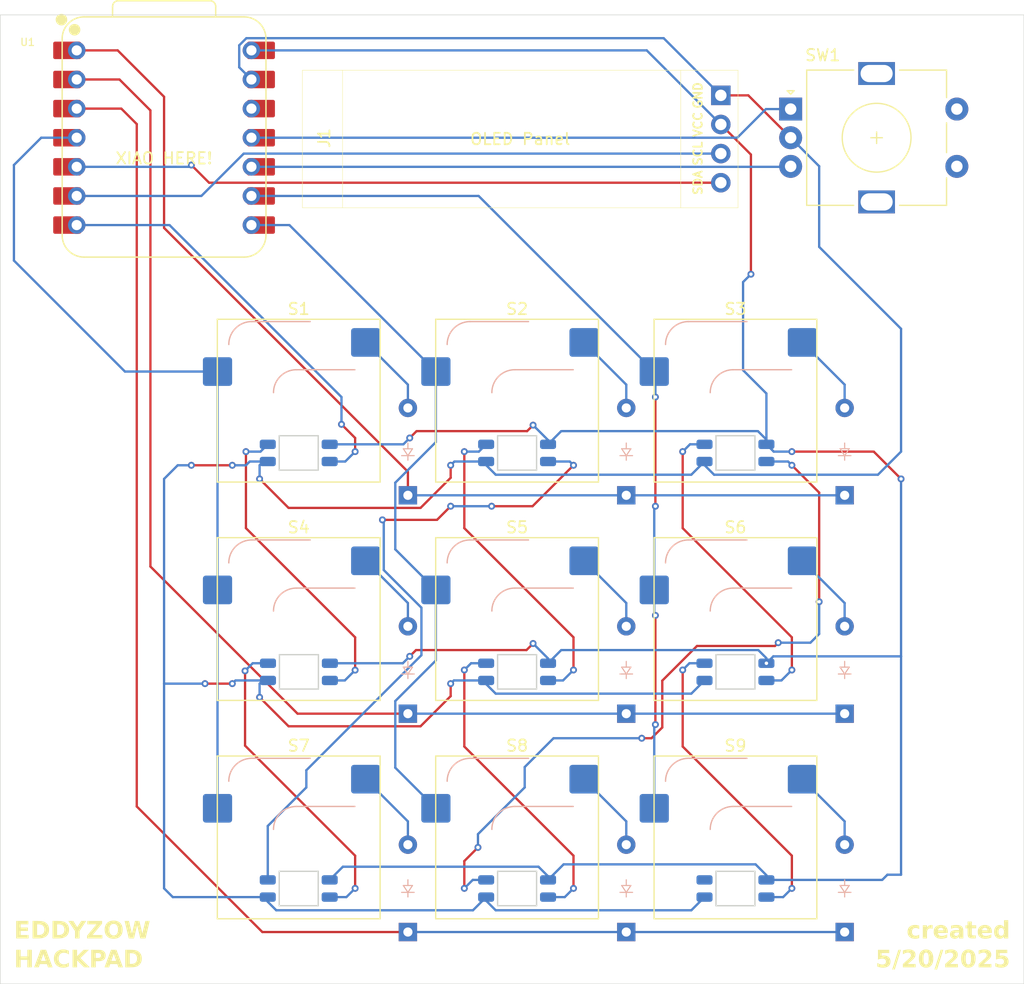
<source format=kicad_pcb>
(kicad_pcb (version 20241229) (generator "pcbnew") (generator_version "9.0")
  (layers (0 "F.Cu" signal) (2 "B.Cu" signal) (13 "F.Paste" user) (15 "B.Paste" user) (5 "F.SilkS" user "F.Silkscreen") (7 "B.SilkS" user "B.Silkscreen") (1 "F.Mask" user) (3 "B.Mask" user) (25 "Edge.Cuts" user))
  (net 0 "")
  (net 1 "Net-(D1-A)")
  (net 2 "Row 0")
  (net 3 "Net-(D2-A)")
  (net 4 "Net-(D3-A)")
  (net 5 "Net-(D4-A)")
  (net 6 "Row 1")
  (net 7 "Net-(D5-A)")
  (net 8 "Net-(D6-A)")
  (net 9 "Net-(D7-A)")
  (net 10 "Row 2")
  (net 11 "Net-(D8-A)")
  (net 12 "Net-(D9-A)")
  (net 13 "Col 0")
  (net 14 "Col 1")
  (net 15 "Col 2")
  (net 16 "GND")
  (net 17 "Net-(D10-DOUT)")
  (net 18 "RGB_DATA")
  (net 19 "+5V")
  (net 21 "Net-(D11-DOUT)")
  (net 22 "Net-(D12-DOUT)")
  (net 23 "Net-(D13-DOUT)")
  (net 24 "Net-(D14-DOUT)")
  (net 25 "Net-(D15-DOUT)")
  (net 26 "Net-(D16-DOUT)")
  (net 27 "Net-(D17-DOUT)")
  (net 29 "SCL")
  (net 30 "SDA")
  (net 31 "ENC_A")
  (net 33 "ENC_B")
  (footprint "ScottoKeebs_Hotswap:Hotswap_MX_1.00u" (layer "F.Cu") (at 147.47875 70.564375)
    (property "Reference" "S6")
    (property "Value" "Keyswitch")
  )
  (footprint "Rotary_Encoder:RotaryEncoder_Alps_EC11E-Switch_Vertical_H20mm" (layer "F.Cu") (at 152.29375 26.075)
    (property "Reference" "SW1")
    (property "Value" "RotaryEncoder_Switch")
  )
  (footprint "ScottoKeebs_Hotswap:Hotswap_MX_1.00u" (layer "F.Cu") (at 109.37875 89.614375)
    (property "Reference" "S7")
    (property "Value" "Keyswitch")
  )
  (footprint "ScottoKeebs_Hotswap:Hotswap_MX_1.00u" (layer "F.Cu") (at 128.42875 70.564375)
    (property "Reference" "S5")
    (property "Value" "Keyswitch")
  )
  (footprint "ScottoKeebs_Hotswap:Hotswap_MX_1.00u" (layer "F.Cu") (at 109.37875 70.564375)
    (property "Reference" "S4")
    (property "Value" "Keyswitch")
  )
  (footprint "ScottoKeebs_Hotswap:Hotswap_MX_1.00u" (layer "F.Cu") (at 109.37875 51.514375)
    (property "Reference" "S1")
    (property "Value" "Keyswitch")
  )
  (footprint "OLED:SSD1306-0.91-OLED-4pin-128x32" (layer "F.Cu") (at 109.7025 22.69)
    (property "Reference" "J1")
    (property "Value" "Conn_01x04")
  )
  (footprint "ScottoKeebs_Hotswap:Hotswap_MX_1.00u" (layer "F.Cu") (at 128.42875 89.614375)
    (property "Reference" "S8")
    (property "Value" "Keyswitch")
  )
  (footprint "ScottoKeebs_Hotswap:Hotswap_MX_1.00u" (layer "F.Cu") (at 128.42875 51.514375)
    (property "Reference" "S2")
    (property "Value" "Keyswitch")
  )
  (footprint "OPL:XIAO-RP2040-DIP" (layer "F.Cu") (at 97.63125 28.575)
    (property "Reference" "U1")
    (property "Value" "XIAO-RP2040-DIP")
  )
  (footprint "ScottoKeebs_Hotswap:Hotswap_MX_1.00u" (layer "F.Cu") (at 147.47875 51.514375)
    (property "Reference" "S3")
    (property "Value" "Keyswitch")
  )
  (footprint "ScottoKeebs_Hotswap:Hotswap_MX_1.00u" (layer "F.Cu") (at 147.47875 89.614375)
    (property "Reference" "S9")
    (property "Value" "Keyswitch")
  )
  (footprint "ScottoKeebs_Components:LED_SK6812MINI" (layer "B.Cu") (at 128.42875 56.071875 180)
    (property "Reference" "D13" (hide yes))
    (property "Value" "SK6812MINI" (hide yes))
    (fp_line (start 1.7 1.5) (end -1.7 1.5) (stroke (width 0.12)) (layer "Edge.Cuts"))
    (fp_line (start 1.7 -1.5) (end 1.7 1.5) (stroke (width 0.12)) (layer "Edge.Cuts"))
    (fp_line (start -1.7 1.5) (end -1.7 -1.5) (stroke (width 0.12)) (layer "Edge.Cuts"))
    (fp_line (start -1.7 -1.5) (end 1.7 -1.5) (stroke (width 0.12)) (layer "Edge.Cuts"))
  )
  (footprint "ScottoKeebs_Components:LED_SK6812MINI" (layer "B.Cu") (at 147.47875 75.171875 180)
    (property "Reference" "D17" (hide yes))
    (property "Value" "SK6812MINI" (hide yes))
    (fp_line (start 1.7 1.5) (end -1.7 1.5) (stroke (width 0.12)) (layer "Edge.Cuts"))
    (fp_line (start 1.7 -1.5) (end 1.7 1.5) (stroke (width 0.12)) (layer "Edge.Cuts"))
    (fp_line (start -1.7 1.5) (end -1.7 -1.5) (stroke (width 0.12)) (layer "Edge.Cuts"))
    (fp_line (start -1.7 -1.5) (end 1.7 -1.5) (stroke (width 0.12)) (layer "Edge.Cuts"))
  )
  (footprint "ScottoKeebs_Components:LED_SK6812MINI" (layer "B.Cu") (at 128.42875 75.171875 180)
    (property "Reference" "D14" (hide yes))
    (property "Value" "SK6812MINI" (hide yes))
    (fp_line (start 1.7 1.5) (end -1.7 1.5) (stroke (width 0.12)) (layer "Edge.Cuts"))
    (fp_line (start 1.7 -1.5) (end 1.7 1.5) (stroke (width 0.12)) (layer "Edge.Cuts"))
    (fp_line (start -1.7 1.5) (end -1.7 -1.5) (stroke (width 0.12)) (layer "Edge.Cuts"))
    (fp_line (start -1.7 -1.5) (end 1.7 -1.5) (stroke (width 0.12)) (layer "Edge.Cuts"))
  )
  (footprint "ScottoKeebs_Components:Diode_DO-35" (layer "B.Cu") (at 157.00375 78.819375 90)
    (property "Reference" "D6" (hide yes))
    (property "Value" "Diode" (hide yes))
  )
  (footprint "ScottoKeebs_Components:Diode_DO-35" (layer "B.Cu") (at 157.00375 59.769375 90)
    (property "Reference" "D3" (hide yes))
    (property "Value" "Diode" (hide yes))
  )
  (footprint "ScottoKeebs_Components:Diode_DO-35" (layer "B.Cu") (at 137.95375 59.769375 90)
    (property "Reference" "D2" (hide yes))
    (property "Value" "Diode" (hide yes))
  )
  (footprint "ScottoKeebs_Components:LED_SK6812MINI" (layer "B.Cu") (at 147.47875 94.071875 180)
    (property "Reference" "D18" (hide yes))
    (property "Value" "SK6812MINI" (hide yes))
    (fp_line (start 1.7 1.5) (end -1.7 1.5) (stroke (width 0.12)) (layer "Edge.Cuts"))
    (fp_line (start 1.7 -1.5) (end 1.7 1.5) (stroke (width 0.12)) (layer "Edge.Cuts"))
    (fp_line (start -1.7 1.5) (end -1.7 -1.5) (stroke (width 0.12)) (layer "Edge.Cuts"))
    (fp_line (start -1.7 -1.5) (end 1.7 -1.5) (stroke (width 0.12)) (layer "Edge.Cuts"))
  )
  (footprint "ScottoKeebs_Components:LED_SK6812MINI" (layer "B.Cu") (at 147.47875 56.071875 180)
    (property "Reference" "D16" (hide yes))
    (property "Value" "SK6812MINI" (hide yes))
    (fp_line (start 1.7 1.5) (end -1.7 1.5) (stroke (width 0.12)) (layer "Edge.Cuts"))
    (fp_line (start 1.7 -1.5) (end 1.7 1.5) (stroke (width 0.12)) (layer "Edge.Cuts"))
    (fp_line (start -1.7 1.5) (end -1.7 -1.5) (stroke (width 0.12)) (layer "Edge.Cuts"))
    (fp_line (start -1.7 -1.5) (end 1.7 -1.5) (stroke (width 0.12)) (layer "Edge.Cuts"))
  )
  (footprint "ScottoKeebs_Components:Diode_DO-35" (layer "B.Cu") (at 137.95375 97.869375 90)
    (property "Reference" "D8" (hide yes))
    (property "Value" "Diode" (hide yes))
  )
  (footprint "ScottoKeebs_Components:Diode_DO-35" (layer "B.Cu") (at 157.00375 97.869375 90)
    (property "Reference" "D9" (hide yes))
    (property "Value" "Diode" (hide yes))
  )
  (footprint "ScottoKeebs_Components:LED_SK6812MINI" (layer "B.Cu") (at 109.37875 94.071875 180)
    (property "Reference" "D12" (hide yes))
    (property "Value" "SK6812MINI" (hide yes))
    (fp_line (start 1.7 1.5) (end -1.7 1.5) (stroke (width 0.12)) (layer "Edge.Cuts"))
    (fp_line (start 1.7 -1.5) (end 1.7 1.5) (stroke (width 0.12)) (layer "Edge.Cuts"))
    (fp_line (start -1.7 1.5) (end -1.7 -1.5) (stroke (width 0.12)) (layer "Edge.Cuts"))
    (fp_line (start -1.7 -1.5) (end 1.7 -1.5) (stroke (width 0.12)) (layer "Edge.Cuts"))
  )
  (footprint "ScottoKeebs_Components:LED_SK6812MINI" (layer "B.Cu") (at 128.42875 94.071875 180)
    (property "Reference" "D15" (hide yes))
    (property "Value" "SK6812MINI" (hide yes))
    (fp_line (start 1.7 1.5) (end -1.7 1.5) (stroke (width 0.12)) (layer "Edge.Cuts"))
    (fp_line (start 1.7 -1.5) (end 1.7 1.5) (stroke (width 0.12)) (layer "Edge.Cuts"))
    (fp_line (start -1.7 1.5) (end -1.7 -1.5) (stroke (width 0.12)) (layer "Edge.Cuts"))
    (fp_line (start -1.7 -1.5) (end 1.7 -1.5) (stroke (width 0.12)) (layer "Edge.Cuts"))
  )
  (footprint "ScottoKeebs_Components:Diode_DO-35" (layer "B.Cu") (at 118.90375 78.819375 90)
    (property "Reference" "D4" (hide yes))
    (property "Value" "Diode" (hide yes))
  )
  (footprint "ScottoKeebs_Components:LED_SK6812MINI" (layer "B.Cu") (at 109.396875 75.171875 180)
    (property "Reference" "D11" (hide yes))
    (property "Value" "SK6812MINI" (hide yes))
    (fp_line (start 1.7 1.5) (end -1.7 1.5) (stroke (width 0.12)) (layer "Edge.Cuts"))
    (fp_line (start 1.7 -1.5) (end 1.7 1.5) (stroke (width 0.12)) (layer "Edge.Cuts"))
    (fp_line (start -1.7 1.5) (end -1.7 -1.5) (stroke (width 0.12)) (layer "Edge.Cuts"))
    (fp_line (start -1.7 -1.5) (end 1.7 -1.5) (stroke (width 0.12)) (layer "Edge.Cuts"))
  )
  (footprint "ScottoKeebs_Components:Diode_DO-35" (layer "B.Cu") (at 137.95375 78.819375 90)
    (property "Reference" "D5" (hide yes))
    (property "Value" "Diode" (hide yes))
  )
  (footprint "ScottoKeebs_Components:LED_SK6812MINI" (layer "B.Cu") (at 109.37875 56.071875 180)
    (property "Reference" "D10" (hide yes))
    (property "Value" "SK6812MINI" (hide yes))
    (fp_line (start 1.7 1.5) (end -1.7 1.5) (stroke (width 0.12)) (layer "Edge.Cuts"))
    (fp_line (start 1.7 -1.5) (end 1.7 1.5) (stroke (width 0.12)) (layer "Edge.Cuts"))
    (fp_line (start -1.7 1.5) (end -1.7 -1.5) (stroke (width 0.12)) (layer "Edge.Cuts"))
    (fp_line (start -1.7 -1.5) (end 1.7 -1.5) (stroke (width 0.12)) (layer "Edge.Cuts"))
  )
  (footprint "ScottoKeebs_Components:Diode_DO-35" (layer "B.Cu") (at 118.90375 97.869375 90)
    (property "Reference" "D7" (hide yes))
    (property "Value" "Diode" (hide yes))
  )
  (footprint "ScottoKeebs_Components:Diode_DO-35" (layer "B.Cu") (at 118.90375 59.769375 90)
    (property "Reference" "D1" (hide yes))
    (property "Value" "Diode" (hide yes))
  )
  (gr_rect (start 83.34375 17.859375) (end 172.640625 102.39375) (stroke (width 0.05)) (fill no) (layer "Edge.Cuts"))
  (gr_text "XIAO HERE!" (at 97.63125 30.95625 0) (layer "F.SilkS") (effects (font (size 1 1)) (justify bottom)))
  (gr_text "EDDYZOW\nHACKPAD" (at 84.534375 101.203125 0) (layer "F.SilkS") (effects (font (size 1.5 1.5) (thickness 0.2) (bold yes) (italic yes)) (justify left bottom)))
  (gr_text "created\n5/20/2025" (at 171.45 101.203125 0) (layer "F.SilkS") (effects (font (size 1.5 1.5) (thickness 0.2) (bold yes) (italic yes)) (justify right bottom)))
  (segment (start 118.90375 50.117375) (end 115.22075 46.434375) (width 0.2) (layer "B.Cu") (net 1))
  (segment (start 118.90375 52.149375) (end 118.90375 50.117375) (width 0.2) (layer "B.Cu") (net 1))
  (segment (start 93.583125 20.955) (end 90.01125 20.955) (width 0.2) (layer "F.Cu") (net 2))
  (segment (start 97.63125 25.003125) (end 93.583125 20.955) (width 0.2) (layer "F.Cu") (net 2))
  (segment (start 97.63125 36.442059) (end 97.63125 25.003125) (width 0.2) (layer "F.Cu") (net 2))
  (segment (start 118.90375 59.769375) (end 118.90375 57.714559) (width 0.2) (layer "F.Cu") (net 2))
  (segment (start 118.90375 57.714559) (end 97.63125 36.442059) (width 0.2) (layer "F.Cu") (net 2))
  (segment (start 118.90375 59.769375) (end 137.95375 59.769375) (width 0.2) (layer "B.Cu") (net 2))
  (segment (start 137.95375 59.769375) (end 157.00375 59.769375) (width 0.2) (layer "B.Cu") (net 2))
  (segment (start 137.95375 50.117375) (end 134.27075 46.434375) (width 0.2) (layer "B.Cu") (net 3))
  (segment (start 137.95375 52.149375) (end 137.95375 50.117375) (width 0.2) (layer "B.Cu") (net 3))
  (segment (start 157.00375 52.149375) (end 157.00375 50.117375) (width 0.2) (layer "B.Cu") (net 4))
  (segment (start 157.00375 50.117375) (end 153.32075 46.434375) (width 0.2) (layer "B.Cu") (net 4))
  (segment (start 118.90375 71.199375) (end 118.90375 69.167375) (width 0.2) (layer "B.Cu") (net 5))
  (segment (start 118.90375 69.167375) (end 115.22075 65.484375) (width 0.2) (layer "B.Cu") (net 5))
  (segment (start 96.440625 26.19375) (end 96.440625 65.982725) (width 0.2) (layer "F.Cu") (net 6))
  (segment (start 96.440625 65.982725) (end 109.277275 78.819375) (width 0.2) (layer "F.Cu") (net 6))
  (segment (start 109.277275 78.819375) (end 118.90375 78.819375) (width 0.2) (layer "F.Cu") (net 6))
  (segment (start 90.01125 23.495) (end 93.741875 23.495) (width 0.2) (layer "F.Cu") (net 6))
  (segment (start 93.741875 23.495) (end 96.440625 26.19375) (width 0.2) (layer "F.Cu") (net 6))
  (segment (start 137.95375 78.819375) (end 157.00375 78.819375) (width 0.2) (layer "B.Cu") (net 6))
  (segment (start 118.90375 78.819375) (end 137.95375 78.819375) (width 0.2) (layer "B.Cu") (net 6))
  (segment (start 137.95375 69.167375) (end 134.27075 65.484375) (width 0.2) (layer "B.Cu") (net 7))
  (segment (start 137.95375 71.199375) (end 137.95375 69.167375) (width 0.2) (layer "B.Cu") (net 7))
  (segment (start 157.00375 71.199375) (end 157.00375 69.167375) (width 0.2) (layer "B.Cu") (net 8))
  (segment (start 157.00375 69.167375) (end 153.32075 65.484375) (width 0.2) (layer "B.Cu") (net 8))
  (segment (start 118.90375 90.249375) (end 118.90375 88.217375) (width 0.2) (layer "B.Cu") (net 9))
  (segment (start 118.90375 88.217375) (end 115.22075 84.534375) (width 0.2) (layer "B.Cu") (net 9))
  (segment (start 93.900625 26.035) (end 90.01125 26.035) (width 0.2) (layer "F.Cu") (net 10))
  (segment (start 95.25 86.915625) (end 95.25 27.384375) (width 0.2) (layer "F.Cu") (net 10))
  (segment (start 95.25 27.384375) (end 93.900625 26.035) (width 0.2) (layer "F.Cu") (net 10))
  (segment (start 118.90375 97.869375) (end 106.20375 97.869375) (width 0.2) (layer "F.Cu") (net 10))
  (segment (start 106.20375 97.869375) (end 95.25 86.915625) (width 0.2) (layer "F.Cu") (net 10))
  (segment (start 137.95375 97.869375) (end 157.00375 97.869375) (width 0.2) (layer "B.Cu") (net 10))
  (segment (start 118.90375 97.869375) (end 137.95375 97.869375) (width 0.2) (layer "B.Cu") (net 10))
  (segment (start 137.95375 90.249375) (end 137.95375 88.217375) (width 0.2) (layer "B.Cu") (net 11))
  (segment (start 137.95375 88.217375) (end 134.27075 84.534375) (width 0.2) (layer "B.Cu") (net 11))
  (segment (start 157.00375 90.249375) (end 157.00375 88.217375) (width 0.2) (layer "B.Cu") (net 12))
  (segment (start 157.00375 88.217375) (end 153.32075 84.534375) (width 0.2) (layer "B.Cu") (net 12))
  (segment (start 86.915625 28.575) (end 90.01125 28.575) (width 0.2) (layer "B.Cu") (net 13))
  (segment (start 102.29375 68.024375) (end 102.29375 87.074375) (width 0.2) (layer "B.Cu") (net 13))
  (segment (start 84.534375 30.95625) (end 86.915625 28.575) (width 0.2) (layer "B.Cu") (net 13))
  (segment (start 94.218125 48.974375) (end 84.534375 39.290625) (width 0.2) (layer "B.Cu") (net 13))
  (segment (start 84.534375 39.290625) (end 84.534375 30.95625) (width 0.2) (layer "B.Cu") (net 13))
  (segment (start 102.29375 48.974375) (end 94.218125 48.974375) (width 0.2) (layer "B.Cu") (net 13))
  (segment (start 102.29375 48.974375) (end 102.29375 68.024375) (width 0.2) (layer "B.Cu") (net 13))
  (segment (start 117.80275 58.668375) (end 117.80275 64.483375) (width 0.2) (layer "B.Cu") (net 14))
  (segment (start 117.80275 64.483375) (end 121.34375 68.024375) (width 0.2) (layer "B.Cu") (net 14))
  (segment (start 121.34375 68.024375) (end 121.34375 74.177375) (width 0.2) (layer "B.Cu") (net 14))
  (segment (start 121.34375 55.127375) (end 117.80275 58.668375) (width 0.2) (layer "B.Cu") (net 14))
  (segment (start 121.34375 48.974375) (end 121.34375 55.127375) (width 0.2) (layer "B.Cu") (net 14))
  (segment (start 117.80275 83.533375) (end 121.34375 87.074375) (width 0.2) (layer "B.Cu") (net 14))
  (segment (start 108.564375 36.195) (end 105.25125 36.195) (width 0.2) (layer "B.Cu") (net 14))
  (segment (start 121.34375 74.177375) (end 117.80275 77.718375) (width 0.2) (layer "B.Cu") (net 14))
  (segment (start 121.34375 48.974375) (end 108.564375 36.195) (width 0.2) (layer "B.Cu") (net 14))
  (segment (start 117.80275 77.718375) (end 117.80275 83.533375) (width 0.2) (layer "B.Cu") (net 14))
  (segment (start 140.49375 79.771875) (end 140.49375 70.246875) (width 0.2) (layer "F.Cu") (net 15))
  (segment (start 140.49375 60.721875) (end 140.49375 51.196875) (width 0.2) (layer "F.Cu") (net 15))
  (via (at 140.49375 79.771875) (size 0.6) (drill 0.3) (layers "F.Cu" "B.Cu") (net 15))
  (via (at 140.49375 70.246875) (size 0.6) (drill 0.3) (layers "F.Cu" "B.Cu") (net 15))
  (via (at 140.49375 60.721875) (size 0.6) (drill 0.3) (layers "F.Cu" "B.Cu") (net 15))
  (via (at 140.49375 51.196875) (size 0.6) (drill 0.3) (layers "F.Cu" "B.Cu") (net 15))
  (segment (start 140.49375 51.196875) (end 140.49375 49.074375) (width 0.2) (layer "B.Cu") (net 15))
  (segment (start 140.39375 48.974375) (end 125.074375 33.655) (width 0.2) (layer "B.Cu") (net 15))
  (segment (start 140.49375 70.246875) (end 140.39375 70.146875) (width 0.2) (layer "B.Cu") (net 15))
  (segment (start 140.39375 87.074375) (end 140.39375 79.871875) (width 0.2) (layer "B.Cu") (net 15))
  (segment (start 140.49375 49.074375) (end 140.39375 48.974375) (width 0.2) (layer "B.Cu") (net 15))
  (segment (start 140.39375 79.871875) (end 140.49375 79.771875) (width 0.2) (layer "B.Cu") (net 15))
  (segment (start 140.39375 68.024375) (end 140.39375 60.821875) (width 0.2) (layer "B.Cu") (net 15))
  (segment (start 125.074375 33.655) (end 105.25125 33.655) (width 0.2) (layer "B.Cu") (net 15))
  (segment (start 140.39375 60.821875) (end 140.49375 60.721875) (width 0.2) (layer "B.Cu") (net 15))
  (segment (start 140.39375 70.146875) (end 140.39375 68.024375) (width 0.2) (layer "B.Cu") (net 15))
  (segment (start 122.634375 77.29075) (end 120.00475 79.920375) (width 0.2) (layer "F.Cu") (net 16))
  (segment (start 101.203125 76.2) (end 103.584375 76.2) (width 0.2) (layer "F.Cu") (net 16))
  (segment (start 108.495375 60.870375) (end 105.965625 58.340625) (width 0.2) (layer "F.Cu") (net 16))
  (segment (start 122.634375 58.24075) (end 120.00475 60.870375) (width 0.2) (layer "F.Cu") (net 16))
  (segment (start 148.59875 24.88) (end 152.29375 28.575) (width 0.2) (layer "F.Cu") (net 16))
  (segment (start 108.495375 79.920375) (end 105.965625 77.390625) (width 0.2) (layer "F.Cu") (net 16))
  (segment (start 120.00475 79.920375) (end 108.495375 79.920375) (width 0.2) (layer "F.Cu") (net 16))
  (segment (start 122.634375 76.2) (end 122.634375 77.29075) (width 0.2) (layer "F.Cu") (net 16))
  (segment (start 122.634375 57.15) (end 122.634375 58.24075) (width 0.2) (layer "F.Cu") (net 16))
  (segment (start 120.00475 60.870375) (end 108.495375 60.870375) (width 0.2) (layer "F.Cu") (net 16))
  (segment (start 146.2025 24.88) (end 148.59875 24.88) (width 0.2) (layer "F.Cu") (net 16))
  (segment (start 100.0125 57.15) (end 103.584375 57.15) (width 0.2) (layer "F.Cu") (net 16))
  (via (at 122.634375 57.15) (size 0.6) (drill 0.3) (layers "F.Cu" "B.Cu") (net 16))
  (via (at 105.965625 77.390625) (size 0.6) (drill 0.3) (layers "F.Cu" "B.Cu") (net 16))
  (via (at 100.0125 57.15) (size 0.6) (drill 0.3) (layers "F.Cu" "B.Cu") (net 16))
  (via (at 122.634375 76.2) (size 0.6) (drill 0.3) (layers "F.Cu" "B.Cu") (net 16))
  (via (at 103.584375 76.2) (size 0.6) (drill 0.3) (layers "F.Cu" "B.Cu") (net 16))
  (via (at 105.965625 58.340625) (size 0.6) (drill 0.3) (layers "F.Cu" "B.Cu") (net 16))
  (via (at 103.584375 57.15) (size 0.6) (drill 0.3) (layers "F.Cu" "B.Cu") (net 16))
  (via (at 101.203125 76.2) (size 0.6) (drill 0.3) (layers "F.Cu" "B.Cu") (net 16))
  (segment (start 161.925 55.959375) (end 159.9115 57.972875) (width 0.2) (layer "B.Cu") (net 16))
  (segment (start 104.18825 22.432) (end 104.18825 20.51469) (width 0.2) (layer "B.Cu") (net 16))
  (segment (start 152.29375 28.575) (end 154.78125 31.0625) (width 0.2) (layer "B.Cu") (net 16))
  (segment (start 106.29375 56.821875) (end 106.67875 56.821875) (width 0.2) (layer "B.Cu") (net 16))
  (segment (start 97.63125 94.059375) (end 97.63125 76.2) (width 0.2) (layer "B.Cu") (net 16))
  (segment (start 122.9125 75.921875) (end 122.634375 76.2) (width 0.2) (layer "B.Cu") (net 16))
  (segment (start 161.925 45.24375) (end 161.925 55.959375) (width 0.2) (layer "B.Cu") (net 16))
  (segment (start 105.25125 23.495) (end 104.18825 22.432) (width 0.2) (layer "B.Cu") (net 16))
  (segment (start 144.77875 75.921875) (end 143.62775 77.072875) (width 0.2) (layer "B.Cu") (net 16))
  (segment (start 159.9115 57.972875) (end 145.61265 57.972875) (width 0.2) (layer "B.Cu") (net 16))
  (segment (start 125.72875 75.921875) (end 122.9125 75.921875) (width 0.2) (layer "B.Cu") (net 16))
  (segment (start 98.821875 57.15) (end 100.0125 57.15) (width 0.2) (layer "B.Cu") (net 16))
  (segment (start 103.8625 75.921875) (end 106.696875 75.921875) (width 0.2) (layer "B.Cu") (net 16))
  (segment (start 103.584375 76.2) (end 103.8625 75.921875) (width 0.2) (layer "B.Cu") (net 16))
  (segment (start 105.965625 57.15) (end 106.29375 56.821875) (width 0.2) (layer "B.Cu") (net 16))
  (segment (start 125.72875 94.821875) (end 125.72875 95.138975) (width 0.2) (layer "B.Cu") (net 16))
  (segment (start 125.72875 56.821875) (end 122.9625 56.821875) (width 0.2) (layer "B.Cu") (net 16))
  (segment (start 154.78125 38.1) (end 161.925 45.24375) (width 0.2) (layer "B.Cu") (net 16))
  (segment (start 143.62775 57.972875) (end 144.77875 56.821875) (width 0.2) (layer "B.Cu") (net 16))
  (segment (start 125.72875 95.138975) (end 126.56265 95.972875) (width 0.2) (layer "B.Cu") (net 16))
  (segment (start 97.63125 76.2) (end 101.203125 76.2) (width 0.2) (layer "B.Cu") (net 16))
  (segment (start 104.81094 19.892) (end 141.2145 19.892) (width 0.2) (layer "B.Cu") (net 16))
  (segment (start 106.67875 94.821875) (end 98.39375 94.821875) (width 0.2) (layer "B.Cu") (net 16))
  (segment (start 154.78125 31.0625) (end 154.78125 38.1) (width 0.2) (layer "B.Cu") (net 16))
  (segment (start 141.2145 19.892) (end 146.2025 24.88) (width 0.2) (layer "B.Cu") (net 16))
  (segment (start 144.77875 57.138975) (end 144.77875 56.821875) (width 0.2) (layer "B.Cu") (net 16))
  (segment (start 106.24375 75.921875) (end 106.696875 75.921875) (width 0.2) (layer "B.Cu") (net 16))
  (segment (start 124.57775 95.972875) (end 107.41975 95.972875) (width 0.2) (layer "B.Cu") (net 16))
  (segment (start 97.63125 58.340625) (end 98.821875 57.15) (width 0.2) (layer "B.Cu") (net 16))
  (segment (start 105.103125 56.821875) (end 106.67875 56.821875) (width 0.2) (layer "B.Cu") (net 16))
  (segment (start 106.67875 95.231875) (end 106.67875 94.821875) (width 0.2) (layer "B.Cu") (net 16))
  (segment (start 103.584375 57.15) (end 104.775 57.15) (width 0.2) (layer "B.Cu") (net 16))
  (segment (start 107.41975 95.972875) (end 106.67875 95.231875) (width 0.2) (layer "B.Cu") (net 16))
  (segment (start 98.39375 94.821875) (end 97.63125 94.059375) (width 0.2) (layer "B.Cu") (net 16))
  (segment (start 126.56265 57.972875) (end 143.62775 57.972875) (width 0.2) (layer "B.Cu") (net 16))
  (segment (start 105.965625 58.340625) (end 105.965625 57.15) (width 0.2) (layer "B.Cu") (net 16))
  (segment (start 104.775 57.15) (end 105.103125 56.821875) (width 0.2) (layer "B.Cu") (net 16))
  (segment (start 145.61265 57.972875) (end 144.77875 57.138975) (width 0.2) (layer "B.Cu") (net 16))
  (segment (start 105.965625 77.390625) (end 105.965625 76.2) (width 0.2) (layer "B.Cu") (net 16))
  (segment (start 125.72875 57.138975) (end 126.56265 57.972875) (width 0.2) (layer "B.Cu") (net 16))
  (segment (start 126.56265 77.072875) (end 125.72875 76.238975) (width 0.2) (layer "B.Cu") (net 16))
  (segment (start 143.62775 77.072875) (end 126.56265 77.072875) (width 0.2) (layer "B.Cu") (net 16))
  (segment (start 125.72875 56.821875) (end 125.72875 57.138975) (width 0.2) (layer "B.Cu") (net 16))
  (segment (start 125.72875 94.821875) (end 124.57775 95.972875) (width 0.2) (layer "B.Cu") (net 16))
  (segment (start 104.18825 20.51469) (end 104.81094 19.892) (width 0.2) (layer "B.Cu") (net 16))
  (segment (start 97.63125 76.2) (end 97.63125 58.340625) (width 0.2) (layer "B.Cu") (net 16))
  (segment (start 105.965625 76.2) (end 106.24375 75.921875) (width 0.2) (layer "B.Cu") (net 16))
  (segment (start 122.9625 56.821875) (end 122.634375 57.15) (width 0.2) (layer "B.Cu") (net 16))
  (segment (start 143.62775 95.972875) (end 144.77875 94.821875) (width 0.2) (layer "B.Cu") (net 16))
  (segment (start 125.72875 76.238975) (end 125.72875 75.921875) (width 0.2) (layer "B.Cu") (net 16))
  (segment (start 126.56265 95.972875) (end 143.62775 95.972875) (width 0.2) (layer "B.Cu") (net 16))
  (segment (start 114.3 72.160809) (end 114.3 75.021875) (width 0.2) (layer "F.Cu") (net 17))
  (segment (start 104.775 55.959375) (end 104.775 62.635809) (width 0.2) (layer "F.Cu") (net 17))
  (segment (start 104.775 62.635809) (end 114.3 72.160809) (width 0.2) (layer "F.Cu") (net 17))
  (via (at 114.3 75.021875) (size 0.6) (drill 0.3) (layers "F.Cu" "B.Cu") (net 17))
  (via (at 104.775 55.959375) (size 0.6) (drill 0.3) (layers "F.Cu" "B.Cu") (net 17))
  (segment (start 113.4 75.921875) (end 112.096875 75.921875) (width 0.2) (layer "B.Cu") (net 17))
  (segment (start 106.04125 55.959375) (end 104.775 55.959375) (width 0.2) (layer "B.Cu") (net 17))
  (segment (start 114.3 75.021875) (end 113.4 75.921875) (width 0.2) (layer "B.Cu") (net 17))
  (segment (start 106.67875 55.321875) (end 106.04125 55.959375) (width 0.2) (layer "B.Cu") (net 17))
  (segment (start 114.3 54.76875) (end 114.3 55.959375) (width 0.2) (layer "F.Cu") (net 18))
  (segment (start 113.109375 53.578125) (end 114.3 54.76875) (width 0.2) (layer "F.Cu") (net 18))
  (via (at 113.109375 53.578125) (size 0.6) (drill 0.3) (layers "F.Cu" "B.Cu") (net 18))
  (via (at 114.3 55.959375) (size 0.6) (drill 0.3) (layers "F.Cu" "B.Cu") (net 18))
  (segment (start 113.109375 51.196875) (end 113.109375 53.578125) (width 0.2) (layer "B.Cu") (net 18))
  (segment (start 98.1075 36.195) (end 113.109375 51.196875) (width 0.2) (layer "B.Cu") (net 18))
  (segment (start 114.3 55.959375) (end 113.4375 56.821875) (width 0.2) (layer "B.Cu") (net 18))
  (segment (start 90.01125 36.195) (end 98.1075 36.195) (width 0.2) (layer "B.Cu") (net 18))
  (segment (start 113.4375 56.821875) (end 112.07875 56.821875) (width 0.2) (layer "B.Cu") (net 18))
  (segment (start 129.252009 73.270875) (end 129.824236 72.698648) (width 0.2) (layer "F.Cu") (net 19))
  (segment (start 119.0625 73.81875) (end 119.610375 73.270875) (width 0.2) (layer "F.Cu") (net 19))
  (segment (start 159.54375 55.959375) (end 152.4 55.959375) (width 0.2) (layer "F.Cu") (net 19))
  (segment (start 146.2025 27.42) (end 148.828125 30.045625) (width 0.2) (layer "F.Cu") (net 19))
  (segment (start 119.660375 54.170875) (end 129.302009 54.170875) (width 0.2) (layer "F.Cu") (net 19))
  (segment (start 161.925 58.340625) (end 159.54375 55.959375) (width 0.2) (layer "F.Cu") (net 19))
  (segment (start 119.0625 54.76875) (end 119.660375 54.170875) (width 0.2) (layer "F.Cu") (net 19))
  (segment (start 129.302009 54.170875) (end 129.824236 53.648648) (width 0.2) (layer "F.Cu") (net 19))
  (segment (start 148.828125 30.045625) (end 148.828125 40.48125) (width 0.2) (layer "F.Cu") (net 19))
  (segment (start 119.610375 73.270875) (end 129.252009 73.270875) (width 0.2) (layer "F.Cu") (net 19))
  (via (at 119.0625 54.76875) (size 0.6) (drill 0.3) (layers "F.Cu" "B.Cu") (net 19))
  (via (at 119.0625 73.81875) (size 0.6) (drill 0.3) (layers "F.Cu" "B.Cu") (net 19))
  (via (at 161.925 58.340625) (size 0.6) (drill 0.3) (layers "F.Cu" "B.Cu") (net 19))
  (via (at 150.17875 74.421875) (size 0.6) (drill 0.3) (layers "F.Cu" "B.Cu") (net 19))
  (via (at 129.824236 53.648648) (size 0.6) (drill 0.3) (layers "F.Cu" "B.Cu") (net 19))
  (via (at 152.4 55.959375) (size 0.6) (drill 0.3) (layers "F.Cu" "B.Cu") (net 19))
  (via (at 148.828125 40.48125) (size 0.6) (drill 0.3) (layers "F.Cu" "B.Cu") (net 19))
  (via (at 129.824236 72.698648) (size 0.6) (drill 0.3) (layers "F.Cu" "B.Cu") (net 19))
  (segment (start 139.7375 20.955) (end 146.2025 27.42) (width 0.2) (layer "B.Cu") (net 19))
  (segment (start 131.12875 55.321875) (end 132.27975 54.170875) (width 0.2) (layer "B.Cu") (net 19))
  (segment (start 150.17875 54.911875) (end 150.17875 55.321875) (width 0.2) (layer "B.Cu") (net 19))
  (segment (start 161.925 92.86875) (end 160.734375 92.86875) (width 0.2) (layer "B.Cu") (net 19))
  (segment (start 113.22975 92.170875) (end 112.07875 93.321875) (width 0.2) (layer "B.Cu") (net 19))
  (segment (start 131.12875 74.003162) (end 131.12875 74.421875) (width 0.2) (layer "B.Cu") (net 19))
  (segment (start 112.07875 55.321875) (end 118.509375 55.321875) (width 0.2) (layer "B.Cu") (net 19))
  (segment (start 152.4 55.959375) (end 150.81625 55.959375) (width 0.2) (layer "B.Cu") (net 19))
  (segment (start 149.23225 91.965375) (end 132.48525 91.965375) (width 0.2) (layer "B.Cu") (net 19))
  (segment (start 150.781875 73.81875) (end 161.925 73.81875) (width 0.2) (layer "B.Cu") (net 19))
  (segment (start 148.14275 41.166625) (end 148.14275 48.853559) (width 0.2) (layer "B.Cu") (net 19))
  (segment (start 131.12875 93.321875) (end 131.12875 93.004775) (width 0.2) (layer "B.Cu") (net 19))
  (segment (start 150.81625 55.959375) (end 150.17875 55.321875) (width 0.2) (layer "B.Cu") (net 19))
  (segment (start 131.12875 93.004775) (end 130.29485 92.170875) (width 0.2) (layer "B.Cu") (net 19))
  (segment (start 129.824236 53.648648) (end 131.12875 54.953162) (width 0.2) (layer "B.Cu") (net 19))
  (segment (start 149.470875 73.270875) (end 150.17875 73.97875) (width 0.2) (layer "B.Cu") (net 19))
  (segment (start 118.509375 55.321875) (end 119.0625 54.76875) (width 0.2) (layer "B.Cu") (net 19))
  (segment (start 161.925 73.81875) (end 161.925 92.86875) (width 0.2) (layer "B.Cu") (net 19))
  (segment (start 131.12875 54.953162) (end 131.12875 55.321875) (width 0.2) (layer "B.Cu") (net 19))
  (segment (start 150.17875 93.321875) (end 150.17875 92.911875) (width 0.2) (layer "B.Cu") (net 19))
  (segment (start 148.828125 40.48125) (end 148.14275 41.166625) (width 0.2) (layer "B.Cu") (net 19))
  (segment (start 112.096875 74.421875) (end 118.459375 74.421875) (width 0.2) (layer "B.Cu") (net 19))
  (segment (start 129.824236 72.698648) (end 131.12875 74.003162) (width 0.2) (layer "B.Cu") (net 19))
  (segment (start 105.25125 20.955) (end 139.7375 20.955) (width 0.2) (layer "B.Cu") (net 19))
  (segment (start 131.12875 74.421875) (end 132.27975 73.270875) (width 0.2) (layer "B.Cu") (net 19))
  (segment (start 132.48525 91.965375) (end 131.12875 93.321875) (width 0.2) (layer "B.Cu") (net 19))
  (segment (start 150.17875 92.911875) (end 149.23225 91.965375) (width 0.2) (layer "B.Cu") (net 19))
  (segment (start 118.459375 74.421875) (end 119.0625 73.81875) (width 0.2) (layer "B.Cu") (net 19))
  (segment (start 132.27975 73.270875) (end 149.470875 73.270875) (width 0.2) (layer "B.Cu") (net 19))
  (segment (start 150.17875 74.421875) (end 150.781875 73.81875) (width 0.2) (layer "B.Cu") (net 19))
  (segment (start 132.27975 54.170875) (end 149.43775 54.170875) (width 0.2) (layer "B.Cu") (net 19))
  (segment (start 148.14275 48.853559) (end 150.17875 50.889559) (width 0.2) (layer "B.Cu") (net 19))
  (segment (start 150.17875 50.889559) (end 150.17875 55.321875) (width 0.2) (layer "B.Cu") (net 19))
  (segment (start 160.28125 93.321875) (end 150.17875 93.321875) (width 0.2) (layer "B.Cu") (net 19))
  (segment (start 160.734375 92.86875) (end 160.28125 93.321875) (width 0.2) (layer "B.Cu") (net 19))
  (segment (start 150.17875 73.97875) (end 150.17875 74.421875) (width 0.2) (layer "B.Cu") (net 19))
  (segment (start 149.43775 54.170875) (end 150.17875 54.911875) (width 0.2) (layer "B.Cu") (net 19))
  (segment (start 161.925 73.81875) (end 161.925 58.340625) (width 0.2) (layer "B.Cu") (net 19))
  (segment (start 130.29485 92.170875) (end 113.22975 92.170875) (width 0.2) (layer "B.Cu") (net 19))
  (segment (start 104.696873 75.087502) (end 104.696873 81.607682) (width 0.2) (layer "F.Cu") (net 21))
  (segment (start 104.696873 81.607682) (end 114.3 91.210809) (width 0.2) (layer "F.Cu") (net 21))
  (segment (start 114.3 91.210809) (end 114.3 94.059375) (width 0.2) (layer "F.Cu") (net 21))
  (via (at 114.3 94.059375) (size 0.6) (drill 0.3) (layers "F.Cu" "B.Cu") (net 21))
  (via (at 104.696873 75.087502) (size 0.6) (drill 0.3) (layers "F.Cu" "B.Cu") (net 21))
  (segment (start 106.696875 74.421875) (end 105.3625 74.421875) (width 0.2) (layer "B.Cu") (net 21))
  (segment (start 113.5375 94.821875) (end 112.07875 94.821875) (width 0.2) (layer "B.Cu") (net 21))
  (segment (start 105.3625 74.421875) (end 104.696873 75.087502) (width 0.2) (layer "B.Cu") (net 21))
  (segment (start 114.3 94.059375) (end 113.5375 94.821875) (width 0.2) (layer "B.Cu") (net 21))
  (segment (start 121.44375 61.9125) (end 122.634375 60.721875) (width 0.2) (layer "F.Cu") (net 22))
  (segment (start 129.778125 60.721875) (end 133.35 57.15) (width 0.2) (layer "F.Cu") (net 22))
  (segment (start 126.20625 60.721875) (end 129.778125 60.721875) (width 0.2) (layer "F.Cu") (net 22))
  (segment (start 116.68125 61.9125) (end 121.44375 61.9125) (width 0.2) (layer "F.Cu") (net 22))
  (via (at 126.20625 60.721875) (size 0.6) (drill 0.3) (layers "F.Cu" "B.Cu") (net 22))
  (via (at 116.68125 61.9125) (size 0.6) (drill 0.3) (layers "F.Cu" "B.Cu") (net 22))
  (via (at 122.634375 60.721875) (size 0.6) (drill 0.3) (layers "F.Cu" "B.Cu") (net 22))
  (via (at 133.35 57.15) (size 0.6) (drill 0.3) (layers "F.Cu" "B.Cu") (net 22))
  (segment (start 106.67875 93.321875) (end 106.67875 88.61744) (width 0.2) (layer "B.Cu") (net 22))
  (segment (start 110.04275 83.75731) (end 120.08359 73.71647) (width 0.2) (layer "B.Cu") (net 22))
  (segment (start 122.634375 60.721875) (end 126.20625 60.721875) (width 0.2) (layer "B.Cu") (net 22))
  (segment (start 120.08359 69.575375) (end 116.79675 66.288535) (width 0.2) (layer "B.Cu") (net 22))
  (segment (start 116.79675 66.288535) (end 116.79675 62.028) (width 0.2) (layer "B.Cu") (net 22))
  (segment (start 116.79675 62.028) (end 116.68125 61.9125) (width 0.2) (layer "B.Cu") (net 22))
  (segment (start 106.67875 88.61744) (end 110.04275 85.25344) (width 0.2) (layer "B.Cu") (net 22))
  (segment (start 133.35 57.15) (end 133.021875 56.821875) (width 0.2) (layer "B.Cu") (net 22))
  (segment (start 110.04275 85.25344) (end 110.04275 83.75731) (width 0.2) (layer "B.Cu") (net 22))
  (segment (start 133.021875 56.821875) (end 131.12875 56.821875) (width 0.2) (layer "B.Cu") (net 22))
  (segment (start 120.08359 73.71647) (end 120.08359 69.575375) (width 0.2) (layer "B.Cu") (net 22))
  (segment (start 123.825 55.959375) (end 123.825 62.635809) (width 0.2) (layer "F.Cu") (net 23))
  (segment (start 123.825 62.635809) (end 133.35 72.160809) (width 0.2) (layer "F.Cu") (net 23))
  (segment (start 133.35 72.160809) (end 133.35 75.009375) (width 0.2) (layer "F.Cu") (net 23))
  (via (at 123.825 55.959375) (size 0.6) (drill 0.3) (layers "F.Cu" "B.Cu") (net 23))
  (via (at 133.35 75.009375) (size 0.6) (drill 0.3) (layers "F.Cu" "B.Cu") (net 23))
  (segment (start 125.09125 55.959375) (end 123.825 55.959375) (width 0.2) (layer "B.Cu") (net 23))
  (segment (start 132.4375 75.921875) (end 131.12875 75.921875) (width 0.2) (layer "B.Cu") (net 23))
  (segment (start 125.72875 55.321875) (end 125.09125 55.959375) (width 0.2) (layer "B.Cu") (net 23))
  (segment (start 133.35 75.009375) (end 132.4375 75.921875) (width 0.2) (layer "B.Cu") (net 23))
  (segment (start 123.825 81.685809) (end 133.35 91.210809) (width 0.2) (layer "F.Cu") (net 24))
  (segment (start 123.825 75.009375) (end 123.825 81.685809) (width 0.2) (layer "F.Cu") (net 24))
  (segment (start 133.35 91.210809) (end 133.35 94.059375) (width 0.2) (layer "F.Cu") (net 24))
  (via (at 123.825 75.009375) (size 0.6) (drill 0.3) (layers "F.Cu" "B.Cu") (net 24))
  (via (at 133.35 94.059375) (size 0.6) (drill 0.3) (layers "F.Cu" "B.Cu") (net 24))
  (segment (start 124.4125 74.421875) (end 123.825 75.009375) (width 0.2) (layer "B.Cu") (net 24))
  (segment (start 125.72875 74.421875) (end 124.4125 74.421875) (width 0.2) (layer "B.Cu") (net 24))
  (segment (start 132.5875 94.821875) (end 131.12875 94.821875) (width 0.2) (layer "B.Cu") (net 24))
  (segment (start 133.35 94.059375) (end 132.5875 94.821875) (width 0.2) (layer "B.Cu") (net 24))
  (segment (start 144.119057 72.915375) (end 150.922125 72.915375) (width 0.2) (layer "F.Cu") (net 25))
  (segment (start 154.78125 69.05625) (end 154.78125 59.53125) (width 0.2) (layer "F.Cu") (net 25))
  (segment (start 123.825 94.059375) (end 123.825 91.678125) (width 0.2) (layer "F.Cu") (net 25))
  (segment (start 123.825 91.678125) (end 125.015625 90.4875) (width 0.2) (layer "F.Cu") (net 25))
  (segment (start 141.09475 75.939682) (end 144.119057 72.915375) (width 0.2) (layer "F.Cu") (net 25))
  (segment (start 154.78125 59.53125) (end 152.4 57.15) (width 0.2) (layer "F.Cu") (net 25))
  (segment (start 141.09475 80.020818) (end 141.09475 75.939682) (width 0.2) (layer "F.Cu") (net 25))
  (segment (start 150.922125 72.915375) (end 151.209375 72.628125) (width 0.2) (layer "F.Cu") (net 25))
  (segment (start 139.303125 80.9625) (end 140.153068 80.9625) (width 0.2) (layer "F.Cu") (net 25))
  (segment (start 140.153068 80.9625) (end 141.09475 80.020818) (width 0.2) (layer "F.Cu") (net 25))
  (via (at 139.303125 80.9625) (size 0.6) (drill 0.3) (layers "F.Cu" "B.Cu") (net 25))
  (via (at 125.015625 90.4875) (size 0.6) (drill 0.3) (layers "F.Cu" "B.Cu") (net 25))
  (via (at 123.825 94.059375) (size 0.6) (drill 0.3) (layers "F.Cu" "B.Cu") (net 25))
  (via (at 151.209375 72.628125) (size 0.6) (drill 0.3) (layers "F.Cu" "B.Cu") (net 25))
  (via (at 152.4 57.15) (size 0.6) (drill 0.3) (layers "F.Cu" "B.Cu") (net 25))
  (via (at 154.78125 69.05625) (size 0.6) (drill 0.3) (layers "F.Cu" "B.Cu") (net 25))
  (segment (start 131.607875 80.9625) (end 139.303125 80.9625) (width 0.2) (layer "B.Cu") (net 25))
  (segment (start 129.09275 83.477625) (end 131.607875 80.9625) (width 0.2) (layer "B.Cu") (net 25))
  (segment (start 125.72875 93.321875) (end 124.5625 93.321875) (width 0.2) (layer "B.Cu") (net 25))
  (segment (start 125.015625 89.330565) (end 129.09275 85.25344) (width 0.2) (layer "B.Cu") (net 25))
  (segment (start 124.5625 93.321875) (end 123.825 94.059375) (width 0.2) (layer "B.Cu") (net 25))
  (segment (start 125.015625 90.4875) (end 125.015625 89.330565) (width 0.2) (layer "B.Cu") (net 25))
  (segment (start 152.4 57.15) (end 152.071875 56.821875) (width 0.2) (layer "B.Cu") (net 25))
  (segment (start 151.209375 72.628125) (end 154.01795 72.628125) (width 0.2) (layer "B.Cu") (net 25))
  (segment (start 129.09275 85.25344) (end 129.09275 83.477625) (width 0.2) (layer "B.Cu") (net 25))
  (segment (start 154.78125 71.864825) (end 154.78125 69.05625) (width 0.2) (layer "B.Cu") (net 25))
  (segment (start 154.01795 72.628125) (end 154.78125 71.864825) (width 0.2) (layer "B.Cu") (net 25))
  (segment (start 152.071875 56.821875) (end 150.17875 56.821875) (width 0.2) (layer "B.Cu") (net 25))
  (segment (start 142.875 62.635809) (end 152.4 72.160809) (width 0.2) (layer "F.Cu") (net 26))
  (segment (start 152.4 72.160809) (end 152.4 75.009375) (width 0.2) (layer "F.Cu") (net 26))
  (segment (start 142.875 55.959375) (end 142.875 62.635809) (width 0.2) (layer "F.Cu") (net 26))
  (via (at 142.875 55.959375) (size 0.6) (drill 0.3) (layers "F.Cu" "B.Cu") (net 26))
  (via (at 152.4 75.009375) (size 0.6) (drill 0.3) (layers "F.Cu" "B.Cu") (net 26))
  (segment (start 151.4875 75.921875) (end 150.17875 75.921875) (width 0.2) (layer "B.Cu") (net 26))
  (segment (start 144.77875 55.321875) (end 143.5125 55.321875) (width 0.2) (layer "B.Cu") (net 26))
  (segment (start 152.4 75.009375) (end 151.4875 75.921875) (width 0.2) (layer "B.Cu") (net 26))
  (segment (start 143.5125 55.321875) (end 142.875 55.959375) (width 0.2) (layer "B.Cu") (net 26))
  (segment (start 150.17875 75.921875) (end 150.456875 76.2) (width 0.2) (layer "B.Cu") (net 26))
  (segment (start 142.875 81.685809) (end 152.4 91.210809) (width 0.2) (layer "F.Cu") (net 27))
  (segment (start 152.4 91.210809) (end 152.4 94.059375) (width 0.2) (layer "F.Cu") (net 27))
  (segment (start 142.875 75.009375) (end 142.875 81.685809) (width 0.2) (layer "F.Cu") (net 27))
  (via (at 152.4 94.059375) (size 0.6) (drill 0.3) (layers "F.Cu" "B.Cu") (net 27))
  (via (at 142.875 75.009375) (size 0.6) (drill 0.3) (layers "F.Cu" "B.Cu") (net 27))
  (segment (start 144.77875 74.421875) (end 143.4625 74.421875) (width 0.2) (layer "B.Cu") (net 27))
  (segment (start 152.4 94.059375) (end 151.6375 94.821875) (width 0.2) (layer "B.Cu") (net 27))
  (segment (start 143.4625 74.421875) (end 142.875 75.009375) (width 0.2) (layer "B.Cu") (net 27))
  (segment (start 151.6375 94.821875) (end 150.17875 94.821875) (width 0.2) (layer "B.Cu") (net 27))
  (segment (start 100.885625 33.655) (end 90.01125 33.655) (width 0.2) (layer "B.Cu") (net 29))
  (segment (start 146.2025 29.96) (end 104.580625 29.96) (width 0.2) (layer "B.Cu") (net 29))
  (segment (start 104.580625 29.96) (end 100.885625 33.655) (width 0.2) (layer "B.Cu") (net 29))
  (segment (start 101.55625 32.5) (end 146.2025 32.5) (width 0.2) (layer "F.Cu") (net 30))
  (segment (start 100.0125 30.95625) (end 101.55625 32.5) (width 0.2) (layer "F.Cu") (net 30))
  (via (at 100.0125 30.95625) (size 0.6) (drill 0.3) (layers "F.Cu" "B.Cu") (net 30))
  (segment (start 99.85375 31.115) (end 100.0125 30.95625) (width 0.2) (layer "B.Cu") (net 30))
  (segment (start 90.01125 31.115) (end 99.85375 31.115) (width 0.2) (layer "B.Cu") (net 30))
  (segment (start 105.25125 28.575) (end 147.6375 28.575) (width 0.2) (layer "B.Cu") (net 31))
  (segment (start 150.1375 26.075) (end 152.29375 26.075) (width 0.2) (layer "B.Cu") (net 31))
  (segment (start 147.6375 28.575) (end 150.1375 26.075) (width 0.2) (layer "B.Cu") (net 31))
  (segment (start 105.25125 31.115) (end 152.25375 31.115) (width 0.2) (layer "B.Cu") (net 33))
  (segment (start 152.25375 31.115) (end 152.29375 31.075) (width 0.2) (layer "B.Cu") (net 33))
)
</source>
